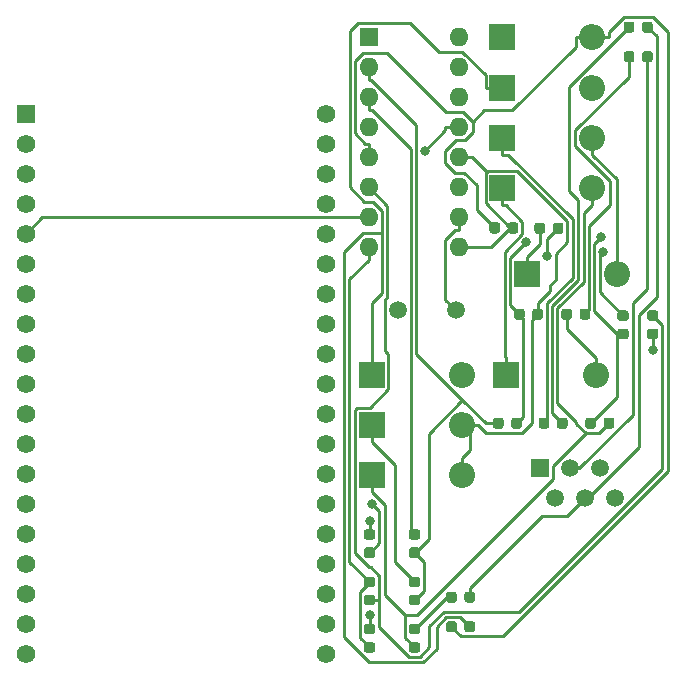
<source format=gbr>
%TF.GenerationSoftware,KiCad,Pcbnew,(5.1.10)-1*%
%TF.CreationDate,2021-06-22T20:16:26+08:00*%
%TF.ProjectId,sm8223,736d3832-3233-42e6-9b69-6361645f7063,rev?*%
%TF.SameCoordinates,Original*%
%TF.FileFunction,Copper,L1,Top*%
%TF.FilePolarity,Positive*%
%FSLAX46Y46*%
G04 Gerber Fmt 4.6, Leading zero omitted, Abs format (unit mm)*
G04 Created by KiCad (PCBNEW (5.1.10)-1) date 2021-06-22 20:16:26*
%MOMM*%
%LPD*%
G01*
G04 APERTURE LIST*
%TA.AperFunction,ComponentPad*%
%ADD10R,2.200000X2.200000*%
%TD*%
%TA.AperFunction,ComponentPad*%
%ADD11O,2.200000X2.200000*%
%TD*%
%TA.AperFunction,ComponentPad*%
%ADD12C,1.520000*%
%TD*%
%TA.AperFunction,ComponentPad*%
%ADD13R,1.520000X1.520000*%
%TD*%
%TA.AperFunction,ComponentPad*%
%ADD14R,1.600000X1.600000*%
%TD*%
%TA.AperFunction,ComponentPad*%
%ADD15O,1.600000X1.600000*%
%TD*%
%TA.AperFunction,ComponentPad*%
%ADD16R,1.560000X1.560000*%
%TD*%
%TA.AperFunction,ComponentPad*%
%ADD17C,1.560000*%
%TD*%
%TA.AperFunction,ComponentPad*%
%ADD18C,1.500000*%
%TD*%
%TA.AperFunction,ViaPad*%
%ADD19C,0.800000*%
%TD*%
%TA.AperFunction,Conductor*%
%ADD20C,0.250000*%
%TD*%
G04 APERTURE END LIST*
%TO.P,C1,2*%
%TO.N,Net-(C1-Pad2)*%
%TA.AperFunction,SMDPad,CuDef*%
G36*
G01*
X77440000Y-81015000D02*
X77440000Y-80515000D01*
G75*
G02*
X77665000Y-80290000I225000J0D01*
G01*
X78115000Y-80290000D01*
G75*
G02*
X78340000Y-80515000I0J-225000D01*
G01*
X78340000Y-81015000D01*
G75*
G02*
X78115000Y-81240000I-225000J0D01*
G01*
X77665000Y-81240000D01*
G75*
G02*
X77440000Y-81015000I0J225000D01*
G01*
G37*
%TD.AperFunction*%
%TO.P,C1,1*%
%TO.N,Net-(C1-Pad1)*%
%TA.AperFunction,SMDPad,CuDef*%
G36*
G01*
X75890000Y-81015000D02*
X75890000Y-80515000D01*
G75*
G02*
X76115000Y-80290000I225000J0D01*
G01*
X76565000Y-80290000D01*
G75*
G02*
X76790000Y-80515000I0J-225000D01*
G01*
X76790000Y-81015000D01*
G75*
G02*
X76565000Y-81240000I-225000J0D01*
G01*
X76115000Y-81240000D01*
G75*
G02*
X75890000Y-81015000I0J225000D01*
G01*
G37*
%TD.AperFunction*%
%TD*%
%TO.P,C2,1*%
%TO.N,Net-(C2-Pad1)*%
%TA.AperFunction,SMDPad,CuDef*%
G36*
G01*
X90930000Y-35265000D02*
X90930000Y-34765000D01*
G75*
G02*
X91155000Y-34540000I225000J0D01*
G01*
X91605000Y-34540000D01*
G75*
G02*
X91830000Y-34765000I0J-225000D01*
G01*
X91830000Y-35265000D01*
G75*
G02*
X91605000Y-35490000I-225000J0D01*
G01*
X91155000Y-35490000D01*
G75*
G02*
X90930000Y-35265000I0J225000D01*
G01*
G37*
%TD.AperFunction*%
%TO.P,C2,2*%
%TO.N,Net-(C2-Pad2)*%
%TA.AperFunction,SMDPad,CuDef*%
G36*
G01*
X92480000Y-35265000D02*
X92480000Y-34765000D01*
G75*
G02*
X92705000Y-34540000I225000J0D01*
G01*
X93155000Y-34540000D01*
G75*
G02*
X93380000Y-34765000I0J-225000D01*
G01*
X93380000Y-35265000D01*
G75*
G02*
X93155000Y-35490000I-225000J0D01*
G01*
X92705000Y-35490000D01*
G75*
G02*
X92480000Y-35265000I0J225000D01*
G01*
G37*
%TD.AperFunction*%
%TD*%
%TO.P,C3,2*%
%TO.N,Net-(C1-Pad2)*%
%TA.AperFunction,SMDPad,CuDef*%
G36*
G01*
X92480000Y-32755000D02*
X92480000Y-32255000D01*
G75*
G02*
X92705000Y-32030000I225000J0D01*
G01*
X93155000Y-32030000D01*
G75*
G02*
X93380000Y-32255000I0J-225000D01*
G01*
X93380000Y-32755000D01*
G75*
G02*
X93155000Y-32980000I-225000J0D01*
G01*
X92705000Y-32980000D01*
G75*
G02*
X92480000Y-32755000I0J225000D01*
G01*
G37*
%TD.AperFunction*%
%TO.P,C3,1*%
%TO.N,Net-(C3-Pad1)*%
%TA.AperFunction,SMDPad,CuDef*%
G36*
G01*
X90930000Y-32755000D02*
X90930000Y-32255000D01*
G75*
G02*
X91155000Y-32030000I225000J0D01*
G01*
X91605000Y-32030000D01*
G75*
G02*
X91830000Y-32255000I0J-225000D01*
G01*
X91830000Y-32755000D01*
G75*
G02*
X91605000Y-32980000I-225000J0D01*
G01*
X91155000Y-32980000D01*
G75*
G02*
X90930000Y-32755000I0J225000D01*
G01*
G37*
%TD.AperFunction*%
%TD*%
%TO.P,C4,1*%
%TO.N,Net-(C4-Pad1)*%
%TA.AperFunction,SMDPad,CuDef*%
G36*
G01*
X69655000Y-77460000D02*
X69155000Y-77460000D01*
G75*
G02*
X68930000Y-77235000I0J225000D01*
G01*
X68930000Y-76785000D01*
G75*
G02*
X69155000Y-76560000I225000J0D01*
G01*
X69655000Y-76560000D01*
G75*
G02*
X69880000Y-76785000I0J-225000D01*
G01*
X69880000Y-77235000D01*
G75*
G02*
X69655000Y-77460000I-225000J0D01*
G01*
G37*
%TD.AperFunction*%
%TO.P,C4,2*%
%TO.N,Net-(C2-Pad2)*%
%TA.AperFunction,SMDPad,CuDef*%
G36*
G01*
X69655000Y-75910000D02*
X69155000Y-75910000D01*
G75*
G02*
X68930000Y-75685000I0J225000D01*
G01*
X68930000Y-75235000D01*
G75*
G02*
X69155000Y-75010000I225000J0D01*
G01*
X69655000Y-75010000D01*
G75*
G02*
X69880000Y-75235000I0J-225000D01*
G01*
X69880000Y-75685000D01*
G75*
G02*
X69655000Y-75910000I-225000J0D01*
G01*
G37*
%TD.AperFunction*%
%TD*%
%TO.P,C5,2*%
%TO.N,GND*%
%TA.AperFunction,SMDPad,CuDef*%
G36*
G01*
X83180000Y-57055000D02*
X83180000Y-56555000D01*
G75*
G02*
X83405000Y-56330000I225000J0D01*
G01*
X83855000Y-56330000D01*
G75*
G02*
X84080000Y-56555000I0J-225000D01*
G01*
X84080000Y-57055000D01*
G75*
G02*
X83855000Y-57280000I-225000J0D01*
G01*
X83405000Y-57280000D01*
G75*
G02*
X83180000Y-57055000I0J225000D01*
G01*
G37*
%TD.AperFunction*%
%TO.P,C5,1*%
%TO.N,Net-(C5-Pad1)*%
%TA.AperFunction,SMDPad,CuDef*%
G36*
G01*
X81630000Y-57055000D02*
X81630000Y-56555000D01*
G75*
G02*
X81855000Y-56330000I225000J0D01*
G01*
X82305000Y-56330000D01*
G75*
G02*
X82530000Y-56555000I0J-225000D01*
G01*
X82530000Y-57055000D01*
G75*
G02*
X82305000Y-57280000I-225000J0D01*
G01*
X81855000Y-57280000D01*
G75*
G02*
X81630000Y-57055000I0J225000D01*
G01*
G37*
%TD.AperFunction*%
%TD*%
%TO.P,C6,2*%
%TO.N,GND*%
%TA.AperFunction,SMDPad,CuDef*%
G36*
G01*
X69655000Y-79920000D02*
X69155000Y-79920000D01*
G75*
G02*
X68930000Y-79695000I0J225000D01*
G01*
X68930000Y-79245000D01*
G75*
G02*
X69155000Y-79020000I225000J0D01*
G01*
X69655000Y-79020000D01*
G75*
G02*
X69880000Y-79245000I0J-225000D01*
G01*
X69880000Y-79695000D01*
G75*
G02*
X69655000Y-79920000I-225000J0D01*
G01*
G37*
%TD.AperFunction*%
%TO.P,C6,1*%
%TO.N,Net-(C6-Pad1)*%
%TA.AperFunction,SMDPad,CuDef*%
G36*
G01*
X69655000Y-81470000D02*
X69155000Y-81470000D01*
G75*
G02*
X68930000Y-81245000I0J225000D01*
G01*
X68930000Y-80795000D01*
G75*
G02*
X69155000Y-80570000I225000J0D01*
G01*
X69655000Y-80570000D01*
G75*
G02*
X69880000Y-80795000I0J-225000D01*
G01*
X69880000Y-81245000D01*
G75*
G02*
X69655000Y-81470000I-225000J0D01*
G01*
G37*
%TD.AperFunction*%
%TD*%
%TO.P,C7,1*%
%TO.N,GND*%
%TA.AperFunction,SMDPad,CuDef*%
G36*
G01*
X69655000Y-85480000D02*
X69155000Y-85480000D01*
G75*
G02*
X68930000Y-85255000I0J225000D01*
G01*
X68930000Y-84805000D01*
G75*
G02*
X69155000Y-84580000I225000J0D01*
G01*
X69655000Y-84580000D01*
G75*
G02*
X69880000Y-84805000I0J-225000D01*
G01*
X69880000Y-85255000D01*
G75*
G02*
X69655000Y-85480000I-225000J0D01*
G01*
G37*
%TD.AperFunction*%
%TO.P,C7,2*%
%TO.N,VCC*%
%TA.AperFunction,SMDPad,CuDef*%
G36*
G01*
X69655000Y-83930000D02*
X69155000Y-83930000D01*
G75*
G02*
X68930000Y-83705000I0J225000D01*
G01*
X68930000Y-83255000D01*
G75*
G02*
X69155000Y-83030000I225000J0D01*
G01*
X69655000Y-83030000D01*
G75*
G02*
X69880000Y-83255000I0J-225000D01*
G01*
X69880000Y-83705000D01*
G75*
G02*
X69655000Y-83930000I-225000J0D01*
G01*
G37*
%TD.AperFunction*%
%TD*%
D10*
%TO.P,D2,1*%
%TO.N,VCC*%
X80655000Y-46125000D03*
D11*
%TO.P,D2,2*%
%TO.N,Net-(D2-Pad2)*%
X88275000Y-46125000D03*
%TD*%
%TO.P,D3,2*%
%TO.N,GND*%
X77195000Y-70425000D03*
D10*
%TO.P,D3,1*%
%TO.N,Net-(D2-Pad2)*%
X69575000Y-70425000D03*
%TD*%
%TO.P,D4,1*%
%TO.N,VCC*%
X80945000Y-61925000D03*
D11*
%TO.P,D4,2*%
%TO.N,Net-(D4-Pad2)*%
X88565000Y-61925000D03*
%TD*%
%TO.P,D5,2*%
%TO.N,GND*%
X77195000Y-66175000D03*
D10*
%TO.P,D5,1*%
%TO.N,Net-(D4-Pad2)*%
X69575000Y-66175000D03*
%TD*%
D11*
%TO.P,D6,2*%
%TO.N,GND*%
X88275000Y-41875000D03*
D10*
%TO.P,D6,1*%
%TO.N,Net-(D6-Pad1)*%
X80655000Y-41875000D03*
%TD*%
%TO.P,D7,1*%
%TO.N,Net-(D7-Pad1)*%
X82725000Y-53425000D03*
D11*
%TO.P,D7,2*%
%TO.N,GND*%
X90345000Y-53425000D03*
%TD*%
D10*
%TO.P,D8,1*%
%TO.N,Net-(D8-Pad1)*%
X80655000Y-37625000D03*
D11*
%TO.P,D8,2*%
%TO.N,Net-(D6-Pad1)*%
X88275000Y-37625000D03*
%TD*%
%TO.P,D9,2*%
%TO.N,Net-(D7-Pad1)*%
X77195000Y-61925000D03*
D10*
%TO.P,D9,1*%
%TO.N,Net-(D8-Pad1)*%
X69575000Y-61925000D03*
%TD*%
%TO.P,D10,1*%
%TO.N,VCC*%
X80655000Y-33375000D03*
D11*
%TO.P,D10,2*%
%TO.N,Net-(D10-Pad2)*%
X88275000Y-33375000D03*
%TD*%
D12*
%TO.P,J1,6*%
%TO.N,Net-(J1-Pad6)*%
X90170000Y-72390000D03*
%TO.P,J1,5*%
%TO.N,Net-(J1-Pad5)*%
X88900000Y-69850000D03*
%TO.P,J1,4*%
%TO.N,Net-(C1-Pad2)*%
X87630000Y-72390000D03*
%TO.P,J1,3*%
%TO.N,Net-(C2-Pad2)*%
X86360000Y-69850000D03*
%TO.P,J1,2*%
%TO.N,Net-(J1-Pad2)*%
X85090000Y-72390000D03*
D13*
%TO.P,J1,1*%
%TO.N,Net-(J1-Pad1)*%
X83820000Y-69850000D03*
%TD*%
%TO.P,R1,2*%
%TO.N,Net-(C1-Pad1)*%
%TA.AperFunction,SMDPad,CuDef*%
G36*
G01*
X73465000Y-83930000D02*
X72965000Y-83930000D01*
G75*
G02*
X72740000Y-83705000I0J225000D01*
G01*
X72740000Y-83255000D01*
G75*
G02*
X72965000Y-83030000I225000J0D01*
G01*
X73465000Y-83030000D01*
G75*
G02*
X73690000Y-83255000I0J-225000D01*
G01*
X73690000Y-83705000D01*
G75*
G02*
X73465000Y-83930000I-225000J0D01*
G01*
G37*
%TD.AperFunction*%
%TO.P,R1,1*%
%TO.N,Net-(D2-Pad2)*%
%TA.AperFunction,SMDPad,CuDef*%
G36*
G01*
X73465000Y-85480000D02*
X72965000Y-85480000D01*
G75*
G02*
X72740000Y-85255000I0J225000D01*
G01*
X72740000Y-84805000D01*
G75*
G02*
X72965000Y-84580000I225000J0D01*
G01*
X73465000Y-84580000D01*
G75*
G02*
X73690000Y-84805000I0J-225000D01*
G01*
X73690000Y-85255000D01*
G75*
G02*
X73465000Y-85480000I-225000J0D01*
G01*
G37*
%TD.AperFunction*%
%TD*%
%TO.P,R2,1*%
%TO.N,Net-(D4-Pad2)*%
%TA.AperFunction,SMDPad,CuDef*%
G36*
G01*
X85640000Y-57055000D02*
X85640000Y-56555000D01*
G75*
G02*
X85865000Y-56330000I225000J0D01*
G01*
X86315000Y-56330000D01*
G75*
G02*
X86540000Y-56555000I0J-225000D01*
G01*
X86540000Y-57055000D01*
G75*
G02*
X86315000Y-57280000I-225000J0D01*
G01*
X85865000Y-57280000D01*
G75*
G02*
X85640000Y-57055000I0J225000D01*
G01*
G37*
%TD.AperFunction*%
%TO.P,R2,2*%
%TO.N,Net-(C2-Pad1)*%
%TA.AperFunction,SMDPad,CuDef*%
G36*
G01*
X87190000Y-57055000D02*
X87190000Y-56555000D01*
G75*
G02*
X87415000Y-56330000I225000J0D01*
G01*
X87865000Y-56330000D01*
G75*
G02*
X88090000Y-56555000I0J-225000D01*
G01*
X88090000Y-57055000D01*
G75*
G02*
X87865000Y-57280000I-225000J0D01*
G01*
X87415000Y-57280000D01*
G75*
G02*
X87190000Y-57055000I0J225000D01*
G01*
G37*
%TD.AperFunction*%
%TD*%
%TO.P,R3,2*%
%TO.N,Net-(C3-Pad1)*%
%TA.AperFunction,SMDPad,CuDef*%
G36*
G01*
X85270000Y-66290000D02*
X85270000Y-65790000D01*
G75*
G02*
X85495000Y-65565000I225000J0D01*
G01*
X85945000Y-65565000D01*
G75*
G02*
X86170000Y-65790000I0J-225000D01*
G01*
X86170000Y-66290000D01*
G75*
G02*
X85945000Y-66515000I-225000J0D01*
G01*
X85495000Y-66515000D01*
G75*
G02*
X85270000Y-66290000I0J225000D01*
G01*
G37*
%TD.AperFunction*%
%TO.P,R3,1*%
%TO.N,Net-(D6-Pad1)*%
%TA.AperFunction,SMDPad,CuDef*%
G36*
G01*
X83720000Y-66290000D02*
X83720000Y-65790000D01*
G75*
G02*
X83945000Y-65565000I225000J0D01*
G01*
X84395000Y-65565000D01*
G75*
G02*
X84620000Y-65790000I0J-225000D01*
G01*
X84620000Y-66290000D01*
G75*
G02*
X84395000Y-66515000I-225000J0D01*
G01*
X83945000Y-66515000D01*
G75*
G02*
X83720000Y-66290000I0J225000D01*
G01*
G37*
%TD.AperFunction*%
%TD*%
%TO.P,R4,1*%
%TO.N,Net-(D7-Pad1)*%
%TA.AperFunction,SMDPad,CuDef*%
G36*
G01*
X83370000Y-49780000D02*
X83370000Y-49280000D01*
G75*
G02*
X83595000Y-49055000I225000J0D01*
G01*
X84045000Y-49055000D01*
G75*
G02*
X84270000Y-49280000I0J-225000D01*
G01*
X84270000Y-49780000D01*
G75*
G02*
X84045000Y-50005000I-225000J0D01*
G01*
X83595000Y-50005000D01*
G75*
G02*
X83370000Y-49780000I0J225000D01*
G01*
G37*
%TD.AperFunction*%
%TO.P,R4,2*%
%TO.N,Net-(C4-Pad1)*%
%TA.AperFunction,SMDPad,CuDef*%
G36*
G01*
X84920000Y-49780000D02*
X84920000Y-49280000D01*
G75*
G02*
X85145000Y-49055000I225000J0D01*
G01*
X85595000Y-49055000D01*
G75*
G02*
X85820000Y-49280000I0J-225000D01*
G01*
X85820000Y-49780000D01*
G75*
G02*
X85595000Y-50005000I-225000J0D01*
G01*
X85145000Y-50005000D01*
G75*
G02*
X84920000Y-49780000I0J225000D01*
G01*
G37*
%TD.AperFunction*%
%TD*%
%TO.P,R5,2*%
%TO.N,Net-(D2-Pad2)*%
%TA.AperFunction,SMDPad,CuDef*%
G36*
G01*
X89225000Y-66290000D02*
X89225000Y-65790000D01*
G75*
G02*
X89450000Y-65565000I225000J0D01*
G01*
X89900000Y-65565000D01*
G75*
G02*
X90125000Y-65790000I0J-225000D01*
G01*
X90125000Y-66290000D01*
G75*
G02*
X89900000Y-66515000I-225000J0D01*
G01*
X89450000Y-66515000D01*
G75*
G02*
X89225000Y-66290000I0J225000D01*
G01*
G37*
%TD.AperFunction*%
%TO.P,R5,1*%
%TO.N,Net-(R5-Pad1)*%
%TA.AperFunction,SMDPad,CuDef*%
G36*
G01*
X87675000Y-66290000D02*
X87675000Y-65790000D01*
G75*
G02*
X87900000Y-65565000I225000J0D01*
G01*
X88350000Y-65565000D01*
G75*
G02*
X88575000Y-65790000I0J-225000D01*
G01*
X88575000Y-66290000D01*
G75*
G02*
X88350000Y-66515000I-225000J0D01*
G01*
X87900000Y-66515000D01*
G75*
G02*
X87675000Y-66290000I0J225000D01*
G01*
G37*
%TD.AperFunction*%
%TD*%
%TO.P,R6,1*%
%TO.N,Net-(R10-Pad1)*%
%TA.AperFunction,SMDPad,CuDef*%
G36*
G01*
X73465000Y-81470000D02*
X72965000Y-81470000D01*
G75*
G02*
X72740000Y-81245000I0J225000D01*
G01*
X72740000Y-80795000D01*
G75*
G02*
X72965000Y-80570000I225000J0D01*
G01*
X73465000Y-80570000D01*
G75*
G02*
X73690000Y-80795000I0J-225000D01*
G01*
X73690000Y-81245000D01*
G75*
G02*
X73465000Y-81470000I-225000J0D01*
G01*
G37*
%TD.AperFunction*%
%TO.P,R6,2*%
%TO.N,Net-(D4-Pad2)*%
%TA.AperFunction,SMDPad,CuDef*%
G36*
G01*
X73465000Y-79920000D02*
X72965000Y-79920000D01*
G75*
G02*
X72740000Y-79695000I0J225000D01*
G01*
X72740000Y-79245000D01*
G75*
G02*
X72965000Y-79020000I225000J0D01*
G01*
X73465000Y-79020000D01*
G75*
G02*
X73690000Y-79245000I0J-225000D01*
G01*
X73690000Y-79695000D01*
G75*
G02*
X73465000Y-79920000I-225000J0D01*
G01*
G37*
%TD.AperFunction*%
%TD*%
%TO.P,R7,1*%
%TO.N,Net-(D10-Pad2)*%
%TA.AperFunction,SMDPad,CuDef*%
G36*
G01*
X75890000Y-83525000D02*
X75890000Y-83025000D01*
G75*
G02*
X76115000Y-82800000I225000J0D01*
G01*
X76565000Y-82800000D01*
G75*
G02*
X76790000Y-83025000I0J-225000D01*
G01*
X76790000Y-83525000D01*
G75*
G02*
X76565000Y-83750000I-225000J0D01*
G01*
X76115000Y-83750000D01*
G75*
G02*
X75890000Y-83525000I0J225000D01*
G01*
G37*
%TD.AperFunction*%
%TO.P,R7,2*%
%TO.N,Net-(D8-Pad1)*%
%TA.AperFunction,SMDPad,CuDef*%
G36*
G01*
X77440000Y-83525000D02*
X77440000Y-83025000D01*
G75*
G02*
X77665000Y-82800000I225000J0D01*
G01*
X78115000Y-82800000D01*
G75*
G02*
X78340000Y-83025000I0J-225000D01*
G01*
X78340000Y-83525000D01*
G75*
G02*
X78115000Y-83750000I-225000J0D01*
G01*
X77665000Y-83750000D01*
G75*
G02*
X77440000Y-83525000I0J225000D01*
G01*
G37*
%TD.AperFunction*%
%TD*%
%TO.P,R8,1*%
%TO.N,Net-(R5-Pad1)*%
%TA.AperFunction,SMDPad,CuDef*%
G36*
G01*
X91115000Y-58930000D02*
X90615000Y-58930000D01*
G75*
G02*
X90390000Y-58705000I0J225000D01*
G01*
X90390000Y-58255000D01*
G75*
G02*
X90615000Y-58030000I225000J0D01*
G01*
X91115000Y-58030000D01*
G75*
G02*
X91340000Y-58255000I0J-225000D01*
G01*
X91340000Y-58705000D01*
G75*
G02*
X91115000Y-58930000I-225000J0D01*
G01*
G37*
%TD.AperFunction*%
%TO.P,R8,2*%
%TO.N,Net-(C5-Pad1)*%
%TA.AperFunction,SMDPad,CuDef*%
G36*
G01*
X91115000Y-57380000D02*
X90615000Y-57380000D01*
G75*
G02*
X90390000Y-57155000I0J225000D01*
G01*
X90390000Y-56705000D01*
G75*
G02*
X90615000Y-56480000I225000J0D01*
G01*
X91115000Y-56480000D01*
G75*
G02*
X91340000Y-56705000I0J-225000D01*
G01*
X91340000Y-57155000D01*
G75*
G02*
X91115000Y-57380000I-225000J0D01*
G01*
G37*
%TD.AperFunction*%
%TD*%
%TO.P,R9,1*%
%TO.N,Net-(D10-Pad2)*%
%TA.AperFunction,SMDPad,CuDef*%
G36*
G01*
X79560000Y-49755000D02*
X79560000Y-49255000D01*
G75*
G02*
X79785000Y-49030000I225000J0D01*
G01*
X80235000Y-49030000D01*
G75*
G02*
X80460000Y-49255000I0J-225000D01*
G01*
X80460000Y-49755000D01*
G75*
G02*
X80235000Y-49980000I-225000J0D01*
G01*
X79785000Y-49980000D01*
G75*
G02*
X79560000Y-49755000I0J225000D01*
G01*
G37*
%TD.AperFunction*%
%TO.P,R9,2*%
%TO.N,GND*%
%TA.AperFunction,SMDPad,CuDef*%
G36*
G01*
X81110000Y-49755000D02*
X81110000Y-49255000D01*
G75*
G02*
X81335000Y-49030000I225000J0D01*
G01*
X81785000Y-49030000D01*
G75*
G02*
X82010000Y-49255000I0J-225000D01*
G01*
X82010000Y-49755000D01*
G75*
G02*
X81785000Y-49980000I-225000J0D01*
G01*
X81335000Y-49980000D01*
G75*
G02*
X81110000Y-49755000I0J225000D01*
G01*
G37*
%TD.AperFunction*%
%TD*%
%TO.P,R10,1*%
%TO.N,Net-(R10-Pad1)*%
%TA.AperFunction,SMDPad,CuDef*%
G36*
G01*
X79850000Y-66290000D02*
X79850000Y-65790000D01*
G75*
G02*
X80075000Y-65565000I225000J0D01*
G01*
X80525000Y-65565000D01*
G75*
G02*
X80750000Y-65790000I0J-225000D01*
G01*
X80750000Y-66290000D01*
G75*
G02*
X80525000Y-66515000I-225000J0D01*
G01*
X80075000Y-66515000D01*
G75*
G02*
X79850000Y-66290000I0J225000D01*
G01*
G37*
%TD.AperFunction*%
%TO.P,R10,2*%
%TO.N,Net-(C5-Pad1)*%
%TA.AperFunction,SMDPad,CuDef*%
G36*
G01*
X81400000Y-66290000D02*
X81400000Y-65790000D01*
G75*
G02*
X81625000Y-65565000I225000J0D01*
G01*
X82075000Y-65565000D01*
G75*
G02*
X82300000Y-65790000I0J-225000D01*
G01*
X82300000Y-66290000D01*
G75*
G02*
X82075000Y-66515000I-225000J0D01*
G01*
X81625000Y-66515000D01*
G75*
G02*
X81400000Y-66290000I0J225000D01*
G01*
G37*
%TD.AperFunction*%
%TD*%
%TO.P,R11,2*%
%TO.N,Net-(C6-Pad1)*%
%TA.AperFunction,SMDPad,CuDef*%
G36*
G01*
X93625000Y-57380000D02*
X93125000Y-57380000D01*
G75*
G02*
X92900000Y-57155000I0J225000D01*
G01*
X92900000Y-56705000D01*
G75*
G02*
X93125000Y-56480000I225000J0D01*
G01*
X93625000Y-56480000D01*
G75*
G02*
X93850000Y-56705000I0J-225000D01*
G01*
X93850000Y-57155000D01*
G75*
G02*
X93625000Y-57380000I-225000J0D01*
G01*
G37*
%TD.AperFunction*%
%TO.P,R11,1*%
%TO.N,VCC*%
%TA.AperFunction,SMDPad,CuDef*%
G36*
G01*
X93625000Y-58930000D02*
X93125000Y-58930000D01*
G75*
G02*
X92900000Y-58705000I0J225000D01*
G01*
X92900000Y-58255000D01*
G75*
G02*
X93125000Y-58030000I225000J0D01*
G01*
X93625000Y-58030000D01*
G75*
G02*
X93850000Y-58255000I0J-225000D01*
G01*
X93850000Y-58705000D01*
G75*
G02*
X93625000Y-58930000I-225000J0D01*
G01*
G37*
%TD.AperFunction*%
%TD*%
%TO.P,R12,2*%
%TO.N,Net-(R12-Pad2)*%
%TA.AperFunction,SMDPad,CuDef*%
G36*
G01*
X73465000Y-75910000D02*
X72965000Y-75910000D01*
G75*
G02*
X72740000Y-75685000I0J225000D01*
G01*
X72740000Y-75235000D01*
G75*
G02*
X72965000Y-75010000I225000J0D01*
G01*
X73465000Y-75010000D01*
G75*
G02*
X73690000Y-75235000I0J-225000D01*
G01*
X73690000Y-75685000D01*
G75*
G02*
X73465000Y-75910000I-225000J0D01*
G01*
G37*
%TD.AperFunction*%
%TO.P,R12,1*%
%TO.N,Net-(R10-Pad1)*%
%TA.AperFunction,SMDPad,CuDef*%
G36*
G01*
X73465000Y-77460000D02*
X72965000Y-77460000D01*
G75*
G02*
X72740000Y-77235000I0J225000D01*
G01*
X72740000Y-76785000D01*
G75*
G02*
X72965000Y-76560000I225000J0D01*
G01*
X73465000Y-76560000D01*
G75*
G02*
X73690000Y-76785000I0J-225000D01*
G01*
X73690000Y-77235000D01*
G75*
G02*
X73465000Y-77460000I-225000J0D01*
G01*
G37*
%TD.AperFunction*%
%TD*%
D14*
%TO.P,U1,1*%
%TO.N,Net-(R5-Pad1)*%
X69325000Y-33325000D03*
D15*
%TO.P,U1,9*%
%TO.N,GND*%
X76945000Y-51105000D03*
%TO.P,U1,2*%
%TO.N,Net-(R10-Pad1)*%
X69325000Y-35865000D03*
%TO.P,U1,10*%
%TO.N,Net-(U1-Pad10)*%
X76945000Y-48565000D03*
%TO.P,U1,3*%
%TO.N,Net-(R12-Pad2)*%
X69325000Y-38405000D03*
%TO.P,U1,11*%
%TO.N,Net-(U1-Pad11)*%
X76945000Y-46025000D03*
%TO.P,U1,4*%
%TO.N,Net-(C5-Pad1)*%
X69325000Y-40945000D03*
%TO.P,U1,12*%
%TO.N,GND*%
X76945000Y-43485000D03*
%TO.P,U1,5*%
%TO.N,Net-(D10-Pad2)*%
X69325000Y-43485000D03*
%TO.P,U1,13*%
%TO.N,Net-(U1-Pad13)*%
X76945000Y-40945000D03*
%TO.P,U1,6*%
%TO.N,Net-(C6-Pad1)*%
X69325000Y-46025000D03*
%TO.P,U1,14*%
%TO.N,Net-(U1-Pad14)*%
X76945000Y-38405000D03*
%TO.P,U1,7*%
%TO.N,Net-(U1-Pad7)*%
X69325000Y-48565000D03*
%TO.P,U1,15*%
%TO.N,Net-(U1-Pad15)*%
X76945000Y-35865000D03*
%TO.P,U1,8*%
%TO.N,GND*%
X69325000Y-51105000D03*
%TO.P,U1,16*%
%TO.N,VCC*%
X76945000Y-33325000D03*
%TD*%
D16*
%TO.P,U2,1*%
%TO.N,VCC*%
X40280000Y-39860000D03*
D17*
%TO.P,U2,2*%
%TO.N,Net-(U2-Pad2)*%
X40280000Y-42400000D03*
%TO.P,U2,19*%
%TO.N,Net-(U2-Pad19)*%
X40280000Y-85580000D03*
%TO.P,U2,3*%
%TO.N,Net-(U2-Pad3)*%
X40280000Y-44940000D03*
%TO.P,U2,4*%
%TO.N,Net-(U2-Pad4)*%
X40280000Y-47480000D03*
%TO.P,U2,5*%
%TO.N,Net-(U1-Pad7)*%
X40280000Y-50020000D03*
%TO.P,U2,6*%
%TO.N,Net-(U1-Pad15)*%
X40280000Y-52560000D03*
%TO.P,U2,7*%
%TO.N,Net-(U2-Pad7)*%
X40280000Y-55100000D03*
%TO.P,U2,8*%
%TO.N,Net-(U1-Pad13)*%
X40280000Y-57640000D03*
%TO.P,U2,9*%
%TO.N,Net-(U1-Pad14)*%
X40280000Y-60180000D03*
%TO.P,U2,10*%
%TO.N,Net-(U2-Pad10)*%
X40280000Y-62720000D03*
%TO.P,U2,11*%
%TO.N,Net-(U2-Pad11)*%
X40280000Y-65260000D03*
%TO.P,U2,12*%
%TO.N,Net-(U2-Pad12)*%
X40280000Y-67800000D03*
%TO.P,U2,13*%
%TO.N,Net-(U2-Pad13)*%
X40280000Y-70340000D03*
%TO.P,U2,14*%
%TO.N,Net-(U2-Pad14)*%
X40280000Y-72880000D03*
%TO.P,U2,15*%
%TO.N,Net-(U2-Pad15)*%
X40280000Y-75420000D03*
%TO.P,U2,16*%
%TO.N,Net-(U2-Pad16)*%
X40280000Y-77960000D03*
%TO.P,U2,17*%
%TO.N,Net-(U2-Pad17)*%
X40280000Y-80500000D03*
%TO.P,U2,18*%
%TO.N,Net-(U2-Pad18)*%
X40280000Y-83040000D03*
%TO.P,U2,20*%
%TO.N,GND*%
X65680000Y-39860000D03*
%TO.P,U2,21*%
%TO.N,Net-(U2-Pad21)*%
X65680000Y-42400000D03*
%TO.P,U2,22*%
%TO.N,Net-(U2-Pad22)*%
X65680000Y-44940000D03*
%TO.P,U2,23*%
%TO.N,Net-(U2-Pad23)*%
X65680000Y-47480000D03*
%TO.P,U2,24*%
%TO.N,Net-(U2-Pad24)*%
X65680000Y-50020000D03*
%TO.P,U2,25*%
%TO.N,Net-(U2-Pad25)*%
X65680000Y-52560000D03*
%TO.P,U2,26*%
%TO.N,Net-(U2-Pad26)*%
X65680000Y-55100000D03*
%TO.P,U2,27*%
%TO.N,Net-(U2-Pad27)*%
X65680000Y-57640000D03*
%TO.P,U2,28*%
%TO.N,Net-(U2-Pad28)*%
X65680000Y-60180000D03*
%TO.P,U2,29*%
%TO.N,Net-(U2-Pad29)*%
X65680000Y-62720000D03*
%TO.P,U2,30*%
%TO.N,Net-(U2-Pad30)*%
X65680000Y-65260000D03*
%TO.P,U2,31*%
%TO.N,Net-(U2-Pad31)*%
X65680000Y-67800000D03*
%TO.P,U2,32*%
%TO.N,Net-(U2-Pad32)*%
X65680000Y-70340000D03*
%TO.P,U2,33*%
%TO.N,Net-(U2-Pad33)*%
X65680000Y-72880000D03*
%TO.P,U2,34*%
%TO.N,Net-(U2-Pad34)*%
X65680000Y-75420000D03*
%TO.P,U2,35*%
%TO.N,Net-(U2-Pad35)*%
X65680000Y-77960000D03*
%TO.P,U2,36*%
%TO.N,Net-(U2-Pad36)*%
X65680000Y-80500000D03*
%TO.P,U2,37*%
%TO.N,Net-(U2-Pad37)*%
X65680000Y-83040000D03*
%TO.P,U2,38*%
%TO.N,Net-(U2-Pad38)*%
X65680000Y-85580000D03*
%TD*%
D18*
%TO.P,Y1,1*%
%TO.N,Net-(U1-Pad11)*%
X71825000Y-56475000D03*
%TO.P,Y1,2*%
%TO.N,Net-(U1-Pad10)*%
X76705000Y-56475000D03*
%TD*%
D19*
%TO.N,Net-(C2-Pad2)*%
X69405000Y-74348200D03*
%TO.N,Net-(C4-Pad1)*%
X69591600Y-72846200D03*
X84430300Y-51907100D03*
%TO.N,Net-(C5-Pad1)*%
X89171000Y-51520800D03*
X82680400Y-50697900D03*
%TO.N,VCC*%
X69405000Y-82250000D03*
X93375000Y-59855800D03*
%TO.N,Net-(R5-Pad1)*%
X89007800Y-50316600D03*
%TO.N,Net-(U1-Pad13)*%
X74061500Y-43009100D03*
%TD*%
D20*
%TO.N,Net-(C1-Pad2)*%
X92930000Y-32505000D02*
X93720800Y-33295800D01*
X93720800Y-33295800D02*
X93720800Y-55319100D01*
X93720800Y-55319100D02*
X92198700Y-56841200D01*
X92198700Y-56841200D02*
X92198700Y-68086400D01*
X92198700Y-68086400D02*
X87895100Y-72390000D01*
X87895100Y-72390000D02*
X87630000Y-72390000D01*
X77890000Y-80765000D02*
X77890000Y-79996700D01*
X77890000Y-79996700D02*
X83999500Y-73887200D01*
X83999500Y-73887200D02*
X86132800Y-73887200D01*
X86132800Y-73887200D02*
X87630000Y-72390000D01*
%TO.N,Net-(C1-Pad1)*%
X76340000Y-80765000D02*
X75930000Y-80765000D01*
X75930000Y-80765000D02*
X73215000Y-83480000D01*
%TO.N,Net-(C2-Pad1)*%
X91380000Y-35015000D02*
X91380000Y-36699600D01*
X91380000Y-36699600D02*
X86827900Y-41251700D01*
X86827900Y-41251700D02*
X86827900Y-42602900D01*
X86827900Y-42602900D02*
X89743100Y-45518100D01*
X89743100Y-45518100D02*
X89743100Y-47588500D01*
X89743100Y-47588500D02*
X87993600Y-49338000D01*
X87993600Y-49338000D02*
X87993600Y-56451400D01*
X87993600Y-56451400D02*
X87640000Y-56805000D01*
%TO.N,Net-(C2-Pad2)*%
X86360000Y-69850000D02*
X87149500Y-69850000D01*
X87149500Y-69850000D02*
X91691900Y-65307600D01*
X91691900Y-65307600D02*
X91691900Y-55903800D01*
X91691900Y-55903800D02*
X92930000Y-54665700D01*
X92930000Y-54665700D02*
X92930000Y-35015000D01*
X69405000Y-75460000D02*
X69405000Y-74348200D01*
%TO.N,Net-(C3-Pad1)*%
X85720000Y-66040000D02*
X84856700Y-65176700D01*
X84856700Y-65176700D02*
X84856700Y-56116600D01*
X84856700Y-56116600D02*
X87049300Y-53924000D01*
X87049300Y-53924000D02*
X87049300Y-47130100D01*
X87049300Y-47130100D02*
X86290100Y-46370900D01*
X86290100Y-46370900D02*
X86290100Y-37585100D01*
X86290100Y-37585100D02*
X91370200Y-32505000D01*
X91370200Y-32505000D02*
X91380000Y-32505000D01*
%TO.N,Net-(C4-Pad1)*%
X85370000Y-49530000D02*
X84430300Y-50469700D01*
X84430300Y-50469700D02*
X84430300Y-51907100D01*
X69405000Y-77010000D02*
X70207600Y-76207400D01*
X70207600Y-76207400D02*
X70207600Y-73462200D01*
X70207600Y-73462200D02*
X69591600Y-72846200D01*
%TO.N,GND*%
X90345000Y-53425000D02*
X90345000Y-51999700D01*
X90345000Y-51999700D02*
X90345000Y-45370300D01*
X90345000Y-45370300D02*
X88275000Y-43300300D01*
X79338800Y-44753400D02*
X79433600Y-44658600D01*
X79433600Y-44658600D02*
X81854100Y-44658600D01*
X81854100Y-44658600D02*
X86146600Y-48951100D01*
X86146600Y-48951100D02*
X86146600Y-50684300D01*
X86146600Y-50684300D02*
X85155700Y-51675200D01*
X85155700Y-51675200D02*
X85155700Y-53880400D01*
X85155700Y-53880400D02*
X84668000Y-54368100D01*
X84668000Y-54368100D02*
X84668000Y-54806500D01*
X84668000Y-54806500D02*
X83630000Y-55844500D01*
X83630000Y-55844500D02*
X83630000Y-56805000D01*
X79338800Y-44753400D02*
X79229600Y-44862600D01*
X79229600Y-44862600D02*
X79229600Y-47432200D01*
X79229600Y-47432200D02*
X81302400Y-49505000D01*
X78070300Y-43485000D02*
X79338800Y-44753400D01*
X76945000Y-43485000D02*
X78070300Y-43485000D01*
X78620300Y-66175000D02*
X79299300Y-66854000D01*
X79299300Y-66854000D02*
X82316300Y-66854000D01*
X82316300Y-66854000D02*
X83169300Y-66001000D01*
X83169300Y-66001000D02*
X83169300Y-57265700D01*
X83169300Y-57265700D02*
X83630000Y-56805000D01*
X81302400Y-49505000D02*
X79702400Y-51105000D01*
X79702400Y-51105000D02*
X76945000Y-51105000D01*
X81560000Y-49505000D02*
X81302400Y-49505000D01*
X69325000Y-52230300D02*
X67689500Y-53865800D01*
X67689500Y-53865800D02*
X67689500Y-77754500D01*
X67689500Y-77754500D02*
X69405000Y-79470000D01*
X69325000Y-51105000D02*
X69325000Y-52230300D01*
X69405000Y-85030000D02*
X68570800Y-84195800D01*
X68570800Y-84195800D02*
X68570800Y-80304200D01*
X68570800Y-80304200D02*
X69405000Y-79470000D01*
X88275000Y-41875000D02*
X88275000Y-43300300D01*
X77195000Y-70425000D02*
X77195000Y-68999700D01*
X77907700Y-66175000D02*
X77907700Y-68287000D01*
X77907700Y-68287000D02*
X77195000Y-68999700D01*
X77907700Y-66175000D02*
X78620300Y-66175000D01*
X77195000Y-66175000D02*
X77907700Y-66175000D01*
%TO.N,Net-(C5-Pad1)*%
X90865000Y-56930000D02*
X88894200Y-54959200D01*
X88894200Y-54959200D02*
X88894200Y-51797600D01*
X88894200Y-51797600D02*
X89171000Y-51520800D01*
X82680400Y-50697900D02*
X81282700Y-52095600D01*
X81282700Y-52095600D02*
X81282700Y-56007700D01*
X81282700Y-56007700D02*
X82080000Y-56805000D01*
X82080000Y-56805000D02*
X82370400Y-57095400D01*
X82370400Y-57095400D02*
X82370400Y-65519600D01*
X82370400Y-65519600D02*
X81850000Y-66040000D01*
%TO.N,Net-(C6-Pad1)*%
X93375000Y-56930000D02*
X94176700Y-57731700D01*
X94176700Y-57731700D02*
X94176700Y-69943400D01*
X94176700Y-69943400D02*
X82099900Y-82020200D01*
X82099900Y-82020200D02*
X75702700Y-82020200D01*
X75702700Y-82020200D02*
X74479900Y-83243000D01*
X74479900Y-83243000D02*
X74479900Y-85019300D01*
X74479900Y-85019300D02*
X73663900Y-85835300D01*
X73663900Y-85835300D02*
X72757300Y-85835300D01*
X72757300Y-85835300D02*
X70206300Y-83284300D01*
X70206300Y-83284300D02*
X70206300Y-81020000D01*
X69325000Y-46025000D02*
X70923500Y-47623500D01*
X70923500Y-47623500D02*
X70923500Y-55392500D01*
X70923500Y-55392500D02*
X70747400Y-55568600D01*
X70747400Y-55568600D02*
X70747400Y-59890100D01*
X70747400Y-59890100D02*
X71000300Y-60143000D01*
X71000300Y-60143000D02*
X71000300Y-63165000D01*
X71000300Y-63165000D02*
X69415700Y-64749600D01*
X69415700Y-64749600D02*
X68313700Y-64749600D01*
X68313700Y-64749600D02*
X68140900Y-64922400D01*
X68140900Y-64922400D02*
X68140900Y-77002500D01*
X68140900Y-77002500D02*
X69378400Y-78240000D01*
X69378400Y-78240000D02*
X69489200Y-78240000D01*
X69489200Y-78240000D02*
X70206300Y-78957100D01*
X70206300Y-78957100D02*
X70206300Y-81020000D01*
X70206300Y-81020000D02*
X69405000Y-81020000D01*
%TO.N,VCC*%
X69405000Y-83480000D02*
X69405000Y-82250000D01*
X80945000Y-61925000D02*
X80945000Y-60499700D01*
X80655000Y-47550300D02*
X80922200Y-47550300D01*
X80922200Y-47550300D02*
X82346400Y-48974500D01*
X82346400Y-48974500D02*
X82346400Y-50006100D01*
X82346400Y-50006100D02*
X80832400Y-51520100D01*
X80832400Y-51520100D02*
X80832400Y-60387100D01*
X80832400Y-60387100D02*
X80945000Y-60499700D01*
X80655000Y-46125000D02*
X80655000Y-47550300D01*
X93375000Y-58480000D02*
X93375000Y-59855800D01*
%TO.N,Net-(D2-Pad2)*%
X88275000Y-47550300D02*
X87543300Y-48282000D01*
X87543300Y-48282000D02*
X87543300Y-54066900D01*
X87543300Y-54066900D02*
X85311500Y-56298700D01*
X85311500Y-56298700D02*
X85311500Y-64333300D01*
X85311500Y-64333300D02*
X86922500Y-65944300D01*
X86922500Y-65944300D02*
X86922500Y-66090900D01*
X86922500Y-66090900D02*
X87695500Y-66863900D01*
X88275000Y-46125000D02*
X88275000Y-47550300D01*
X87695500Y-66863900D02*
X88851100Y-66863900D01*
X88851100Y-66863900D02*
X89675000Y-66040000D01*
X87695500Y-66863900D02*
X84905400Y-69654000D01*
X84905400Y-69654000D02*
X84905400Y-70785000D01*
X84905400Y-70785000D02*
X73440400Y-82250000D01*
X73440400Y-82250000D02*
X72413700Y-82250000D01*
X72413700Y-82250000D02*
X72413700Y-84228700D01*
X72413700Y-84228700D02*
X73215000Y-85030000D01*
X69575000Y-71850300D02*
X69648800Y-71850300D01*
X69648800Y-71850300D02*
X70752900Y-72954400D01*
X70752900Y-72954400D02*
X70752900Y-80589200D01*
X70752900Y-80589200D02*
X72413700Y-82250000D01*
X69575000Y-70425000D02*
X69575000Y-71850300D01*
%TO.N,Net-(D4-Pad2)*%
X73215000Y-79470000D02*
X71557600Y-77812600D01*
X71557600Y-77812600D02*
X71557600Y-69582900D01*
X71557600Y-69582900D02*
X69575000Y-67600300D01*
X88565000Y-61925000D02*
X88565000Y-60499700D01*
X88565000Y-60499700D02*
X86090000Y-58024700D01*
X86090000Y-58024700D02*
X86090000Y-56805000D01*
X69575000Y-66175000D02*
X69575000Y-67600300D01*
%TO.N,Net-(D6-Pad1)*%
X80655000Y-43300300D02*
X81132700Y-43300300D01*
X81132700Y-43300300D02*
X86598900Y-48766500D01*
X86598900Y-48766500D02*
X86598900Y-53711000D01*
X86598900Y-53711000D02*
X84406300Y-55903600D01*
X84406300Y-55903600D02*
X84406300Y-65803700D01*
X84406300Y-65803700D02*
X84170000Y-66040000D01*
X80655000Y-41875000D02*
X80655000Y-43300300D01*
%TO.N,Net-(D7-Pad1)*%
X82725000Y-53425000D02*
X82725000Y-51999700D01*
X82725000Y-51999700D02*
X83820000Y-50904700D01*
X83820000Y-50904700D02*
X83820000Y-49530000D01*
%TO.N,Net-(D8-Pad1)*%
X70466000Y-49943200D02*
X68862700Y-49943200D01*
X68862700Y-49943200D02*
X67238100Y-51567800D01*
X67238100Y-51567800D02*
X67238100Y-84161400D01*
X67238100Y-84161400D02*
X69362400Y-86285700D01*
X69362400Y-86285700D02*
X73944500Y-86285700D01*
X73944500Y-86285700D02*
X75089200Y-85141000D01*
X75089200Y-85141000D02*
X75089200Y-83270600D01*
X75089200Y-83270600D02*
X75889300Y-82470500D01*
X75889300Y-82470500D02*
X77085500Y-82470500D01*
X77085500Y-82470500D02*
X77890000Y-83275000D01*
X79229700Y-37625000D02*
X79229700Y-36556000D01*
X79229700Y-36556000D02*
X77268700Y-34595000D01*
X77268700Y-34595000D02*
X75272400Y-34595000D01*
X75272400Y-34595000D02*
X72838300Y-32160900D01*
X72838300Y-32160900D02*
X68418400Y-32160900D01*
X68418400Y-32160900D02*
X67710800Y-32868500D01*
X67710800Y-32868500D02*
X67710800Y-46048600D01*
X67710800Y-46048600D02*
X68957200Y-47295000D01*
X68957200Y-47295000D02*
X69686900Y-47295000D01*
X69686900Y-47295000D02*
X70466000Y-48074100D01*
X70466000Y-48074100D02*
X70466000Y-49943200D01*
X70466000Y-49943200D02*
X70466000Y-54987800D01*
X70466000Y-54987800D02*
X69575000Y-55878800D01*
X69575000Y-55878800D02*
X69575000Y-60499700D01*
X69575000Y-61925000D02*
X69575000Y-60499700D01*
X80655000Y-37625000D02*
X79229700Y-37625000D01*
%TO.N,Net-(D10-Pad2)*%
X88275000Y-33375000D02*
X86849700Y-33375000D01*
X78128200Y-40521400D02*
X79104300Y-39545300D01*
X79104300Y-39545300D02*
X81481100Y-39545300D01*
X81481100Y-39545300D02*
X86849700Y-34176700D01*
X86849700Y-34176700D02*
X86849700Y-33375000D01*
X80010000Y-49505000D02*
X78466300Y-47961300D01*
X78466300Y-47961300D02*
X78466200Y-47961300D01*
X78466200Y-47961300D02*
X78466200Y-45883600D01*
X78466200Y-45883600D02*
X77442900Y-44860300D01*
X77442900Y-44860300D02*
X76667600Y-44860300D01*
X76667600Y-44860300D02*
X75816500Y-44009200D01*
X75816500Y-44009200D02*
X75816500Y-42954300D01*
X75816500Y-42954300D02*
X76700500Y-42070300D01*
X76700500Y-42070300D02*
X77485500Y-42070300D01*
X77485500Y-42070300D02*
X78128200Y-41427600D01*
X78128200Y-41427600D02*
X78128200Y-40521400D01*
X69325000Y-42359700D02*
X69061600Y-42359700D01*
X69061600Y-42359700D02*
X68161100Y-41459200D01*
X68161100Y-41459200D02*
X68161100Y-35404500D01*
X68161100Y-35404500D02*
X68892100Y-34673500D01*
X68892100Y-34673500D02*
X70850300Y-34673500D01*
X70850300Y-34673500D02*
X75851800Y-39675000D01*
X75851800Y-39675000D02*
X77281800Y-39675000D01*
X77281800Y-39675000D02*
X78128200Y-40521400D01*
X76340000Y-83275000D02*
X77141300Y-84076300D01*
X77141300Y-84076300D02*
X80680700Y-84076300D01*
X80680700Y-84076300D02*
X94653000Y-70104000D01*
X94653000Y-70104000D02*
X94653000Y-32903900D01*
X94653000Y-32903900D02*
X93430600Y-31681500D01*
X93430600Y-31681500D02*
X90948400Y-31681500D01*
X90948400Y-31681500D02*
X89700300Y-32929600D01*
X89700300Y-32929600D02*
X89700300Y-33375000D01*
X69325000Y-43485000D02*
X69325000Y-42359700D01*
X88275000Y-33375000D02*
X89700300Y-33375000D01*
%TO.N,Net-(R5-Pad1)*%
X89007800Y-50316600D02*
X88443900Y-50880500D01*
X88443900Y-50880500D02*
X88443900Y-56558400D01*
X88443900Y-56558400D02*
X90365500Y-58480000D01*
X90365500Y-58480000D02*
X90365500Y-63799500D01*
X90365500Y-63799500D02*
X88125000Y-66040000D01*
X90365500Y-58480000D02*
X90865000Y-58480000D01*
%TO.N,Net-(R10-Pad1)*%
X69325000Y-36990300D02*
X69568100Y-36990300D01*
X69568100Y-36990300D02*
X73336200Y-40758400D01*
X73336200Y-40758400D02*
X73336200Y-43309500D01*
X73336200Y-43309500D02*
X73355400Y-43328700D01*
X73355400Y-43328700D02*
X73355400Y-60141300D01*
X73355400Y-60141300D02*
X77273700Y-64059600D01*
X77273700Y-64059600D02*
X74403200Y-66930100D01*
X74403200Y-66930100D02*
X74403200Y-75821800D01*
X74403200Y-75821800D02*
X73215000Y-77010000D01*
X77273700Y-64059600D02*
X79254100Y-66040000D01*
X79254100Y-66040000D02*
X80300000Y-66040000D01*
X73215000Y-81020000D02*
X74016300Y-80218700D01*
X74016300Y-80218700D02*
X74016300Y-77811300D01*
X74016300Y-77811300D02*
X73215000Y-77010000D01*
X69325000Y-35865000D02*
X69325000Y-36990300D01*
%TO.N,Net-(R12-Pad2)*%
X69325000Y-39530300D02*
X69606300Y-39530300D01*
X69606300Y-39530300D02*
X72885900Y-42809900D01*
X72885900Y-42809900D02*
X72885900Y-43496100D01*
X72885900Y-43496100D02*
X72905000Y-43515200D01*
X72905000Y-43515200D02*
X72905000Y-75150000D01*
X72905000Y-75150000D02*
X73215000Y-75460000D01*
X69325000Y-38405000D02*
X69325000Y-39530300D01*
%TO.N,Net-(U1-Pad10)*%
X76945000Y-48565000D02*
X76945000Y-49690300D01*
X76705000Y-56475000D02*
X75819700Y-55589700D01*
X75819700Y-55589700D02*
X75819700Y-50534200D01*
X75819700Y-50534200D02*
X76663600Y-49690300D01*
X76663600Y-49690300D02*
X76945000Y-49690300D01*
%TO.N,Net-(U1-Pad13)*%
X76945000Y-40945000D02*
X75819700Y-40945000D01*
X74061500Y-43009100D02*
X75819700Y-41250900D01*
X75819700Y-41250900D02*
X75819700Y-40945000D01*
%TO.N,Net-(U1-Pad7)*%
X69325000Y-48565000D02*
X68199700Y-48565000D01*
X40280000Y-50020000D02*
X41709300Y-48590700D01*
X41709300Y-48590700D02*
X68174000Y-48590700D01*
X68174000Y-48590700D02*
X68199700Y-48565000D01*
%TD*%
M02*

</source>
